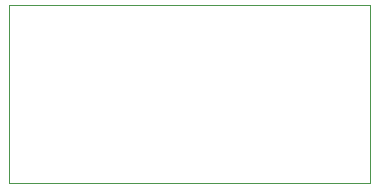
<source format=gbr>
%TF.GenerationSoftware,KiCad,Pcbnew,8.0.4*%
%TF.CreationDate,2025-03-21T17:29:13-03:00*%
%TF.ProjectId,PROJETOIA,50524f4a-4554-44f4-9941-2e6b69636164,rev?*%
%TF.SameCoordinates,Original*%
%TF.FileFunction,Profile,NP*%
%FSLAX46Y46*%
G04 Gerber Fmt 4.6, Leading zero omitted, Abs format (unit mm)*
G04 Created by KiCad (PCBNEW 8.0.4) date 2025-03-21 17:29:13*
%MOMM*%
%LPD*%
G01*
G04 APERTURE LIST*
%TA.AperFunction,Profile*%
%ADD10C,0.050000*%
%TD*%
G04 APERTURE END LIST*
D10*
X58470000Y-51070000D02*
X89000000Y-51070000D01*
X89000000Y-66170000D01*
X58470000Y-66170000D01*
X58470000Y-51070000D01*
M02*

</source>
